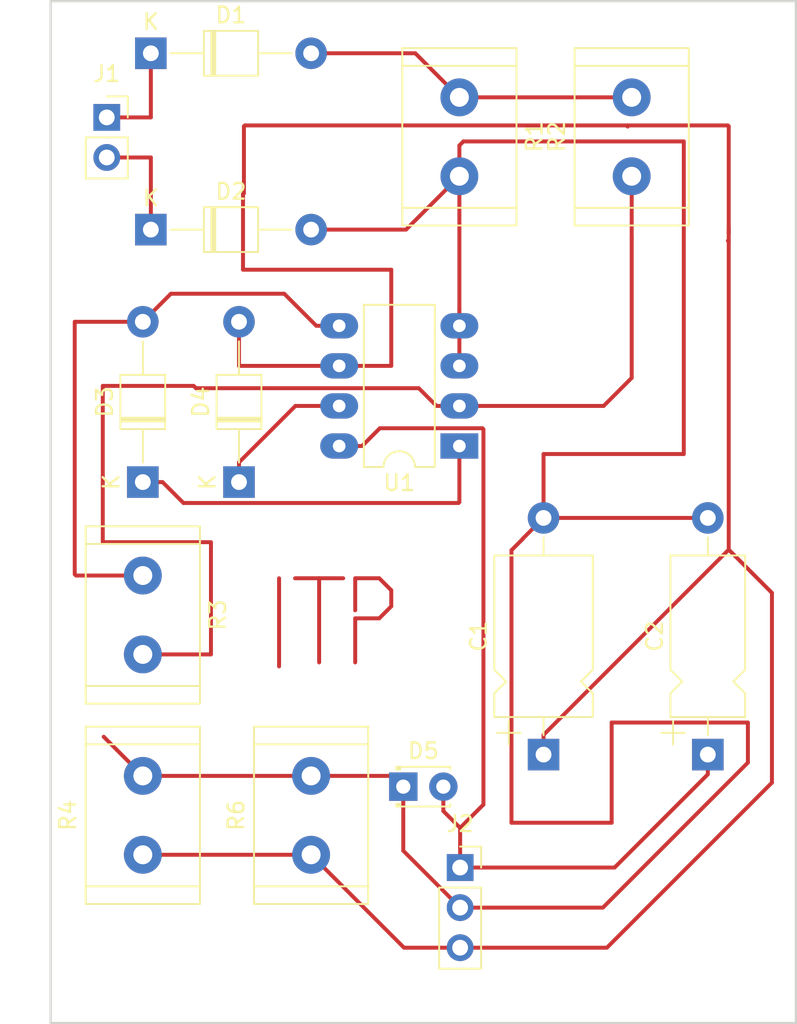
<source format=kicad_pcb>
(kicad_pcb (version 20171130) (host pcbnew "(5.0.0-3-g5ebb6b6)")

  (general
    (thickness 1.6)
    (drawings 4)
    (tracks 119)
    (zones 0)
    (modules 15)
    (nets 11)
  )

  (page A4)
  (layers
    (0 F.Cu signal)
    (31 B.Cu signal)
    (32 B.Adhes user)
    (33 F.Adhes user)
    (34 B.Paste user)
    (35 F.Paste user)
    (36 B.SilkS user)
    (37 F.SilkS user)
    (38 B.Mask user)
    (39 F.Mask user)
    (40 Dwgs.User user)
    (41 Cmts.User user)
    (42 Eco1.User user)
    (43 Eco2.User user)
    (44 Edge.Cuts user)
    (45 Margin user)
    (46 B.CrtYd user)
    (47 F.CrtYd user)
    (48 B.Fab user)
    (49 F.Fab user)
  )

  (setup
    (last_trace_width 0.25)
    (trace_clearance 0.2)
    (zone_clearance 0.508)
    (zone_45_only no)
    (trace_min 0.2)
    (segment_width 0.2)
    (edge_width 0.15)
    (via_size 0.8)
    (via_drill 0.4)
    (via_min_size 0.4)
    (via_min_drill 0.3)
    (uvia_size 0.3)
    (uvia_drill 0.1)
    (uvias_allowed no)
    (uvia_min_size 0.2)
    (uvia_min_drill 0.1)
    (pcb_text_width 0.3)
    (pcb_text_size 1.5 1.5)
    (mod_edge_width 0.15)
    (mod_text_size 1 1)
    (mod_text_width 0.15)
    (pad_size 1.524 1.524)
    (pad_drill 0.762)
    (pad_to_mask_clearance 0.2)
    (aux_axis_origin 0 0)
    (visible_elements FFFFFF7F)
    (pcbplotparams
      (layerselection 0x01000_7fffffff)
      (usegerberextensions false)
      (usegerberattributes false)
      (usegerberadvancedattributes false)
      (creategerberjobfile false)
      (excludeedgelayer true)
      (linewidth 2.000000)
      (plotframeref false)
      (viasonmask false)
      (mode 1)
      (useauxorigin false)
      (hpglpennumber 1)
      (hpglpenspeed 20)
      (hpglpendiameter 15.000000)
      (psnegative false)
      (psa4output false)
      (plotreference false)
      (plotvalue false)
      (plotinvisibletext false)
      (padsonsilk true)
      (subtractmaskfromsilk false)
      (outputformat 1)
      (mirror false)
      (drillshape 0)
      (scaleselection 1)
      (outputdirectory "gerbers/"))
  )

  (net 0 "")
  (net 1 "Net-(C1-Pad1)")
  (net 2 GND)
  (net 3 +5V)
  (net 4 "Net-(D1-Pad1)")
  (net 5 "Net-(D1-Pad2)")
  (net 6 "Net-(D2-Pad1)")
  (net 7 "Net-(D3-Pad1)")
  (net 8 "Net-(D3-Pad2)")
  (net 9 "Net-(D4-Pad1)")
  (net 10 "Net-(R2-Pad1)")

  (net_class Default "This is the default net class."
    (clearance 0.2)
    (trace_width 0.25)
    (via_dia 0.8)
    (via_drill 0.4)
    (uvia_dia 0.3)
    (uvia_drill 0.1)
    (add_net +5V)
    (add_net GND)
    (add_net "Net-(C1-Pad1)")
    (add_net "Net-(D1-Pad1)")
    (add_net "Net-(D1-Pad2)")
    (add_net "Net-(D2-Pad1)")
    (add_net "Net-(D3-Pad1)")
    (add_net "Net-(D3-Pad2)")
    (add_net "Net-(D4-Pad1)")
    (add_net "Net-(R2-Pad1)")
  )

  (module Package_DIP:DIP-8_W7.62mm_LongPads (layer F.Cu) (tedit 5A02E8C5) (tstamp 5C085F3F)
    (at 37.338 40.386 180)
    (descr "8-lead though-hole mounted DIP package, row spacing 7.62 mm (300 mils), LongPads")
    (tags "THT DIP DIL PDIP 2.54mm 7.62mm 300mil LongPads")
    (path /5BEB32BB)
    (fp_text reference U1 (at 3.81 -2.33 180) (layer F.SilkS)
      (effects (font (size 1 1) (thickness 0.15)))
    )
    (fp_text value LM358 (at 3.81 9.95 180) (layer F.Fab)
      (effects (font (size 1 1) (thickness 0.15)))
    )
    (fp_arc (start 3.81 -1.33) (end 2.81 -1.33) (angle -180) (layer F.SilkS) (width 0.12))
    (fp_line (start 1.635 -1.27) (end 6.985 -1.27) (layer F.Fab) (width 0.1))
    (fp_line (start 6.985 -1.27) (end 6.985 8.89) (layer F.Fab) (width 0.1))
    (fp_line (start 6.985 8.89) (end 0.635 8.89) (layer F.Fab) (width 0.1))
    (fp_line (start 0.635 8.89) (end 0.635 -0.27) (layer F.Fab) (width 0.1))
    (fp_line (start 0.635 -0.27) (end 1.635 -1.27) (layer F.Fab) (width 0.1))
    (fp_line (start 2.81 -1.33) (end 1.56 -1.33) (layer F.SilkS) (width 0.12))
    (fp_line (start 1.56 -1.33) (end 1.56 8.95) (layer F.SilkS) (width 0.12))
    (fp_line (start 1.56 8.95) (end 6.06 8.95) (layer F.SilkS) (width 0.12))
    (fp_line (start 6.06 8.95) (end 6.06 -1.33) (layer F.SilkS) (width 0.12))
    (fp_line (start 6.06 -1.33) (end 4.81 -1.33) (layer F.SilkS) (width 0.12))
    (fp_line (start -1.45 -1.55) (end -1.45 9.15) (layer F.CrtYd) (width 0.05))
    (fp_line (start -1.45 9.15) (end 9.1 9.15) (layer F.CrtYd) (width 0.05))
    (fp_line (start 9.1 9.15) (end 9.1 -1.55) (layer F.CrtYd) (width 0.05))
    (fp_line (start 9.1 -1.55) (end -1.45 -1.55) (layer F.CrtYd) (width 0.05))
    (fp_text user %R (at 3.81 3.81 180) (layer F.Fab)
      (effects (font (size 1 1) (thickness 0.15)))
    )
    (pad 1 thru_hole rect (at 0 0 180) (size 2.4 1.6) (drill 0.8) (layers *.Cu *.Mask)
      (net 7 "Net-(D3-Pad1)"))
    (pad 5 thru_hole oval (at 7.62 7.62 180) (size 2.4 1.6) (drill 0.8) (layers *.Cu *.Mask)
      (net 8 "Net-(D3-Pad2)"))
    (pad 2 thru_hole oval (at 0 2.54 180) (size 2.4 1.6) (drill 0.8) (layers *.Cu *.Mask)
      (net 10 "Net-(R2-Pad1)"))
    (pad 6 thru_hole oval (at 7.62 5.08 180) (size 2.4 1.6) (drill 0.8) (layers *.Cu *.Mask)
      (net 1 "Net-(C1-Pad1)"))
    (pad 3 thru_hole oval (at 0 5.08 180) (size 2.4 1.6) (drill 0.8) (layers *.Cu *.Mask)
      (net 2 GND))
    (pad 7 thru_hole oval (at 7.62 2.54 180) (size 2.4 1.6) (drill 0.8) (layers *.Cu *.Mask)
      (net 9 "Net-(D4-Pad1)"))
    (pad 4 thru_hole oval (at 0 7.62 180) (size 2.4 1.6) (drill 0.8) (layers *.Cu *.Mask)
      (net 2 GND))
    (pad 8 thru_hole oval (at 7.62 0 180) (size 2.4 1.6) (drill 0.8) (layers *.Cu *.Mask)
      (net 3 +5V))
    (model ${KISYS3DMOD}/Package_DIP.3dshapes/DIP-8_W7.62mm.wrl
      (at (xyz 0 0 0))
      (scale (xyz 1 1 1))
      (rotate (xyz 0 0 0))
    )
  )

  (module Capacitor_THT:CP_Axial_L10.0mm_D6.0mm_P15.00mm_Horizontal (layer F.Cu) (tedit 5AE50EF2) (tstamp 5C085DDF)
    (at 42.672 59.944 90)
    (descr "CP, Axial series, Axial, Horizontal, pin pitch=15mm, , length*diameter=10*6mm^2, Electrolytic Capacitor, , http://www.vishay.com/docs/28325/021asm.pdf")
    (tags "CP Axial series Axial Horizontal pin pitch 15mm  length 10mm diameter 6mm Electrolytic Capacitor")
    (path /5BEB3945)
    (fp_text reference C1 (at 7.5 -4.12 90) (layer F.SilkS)
      (effects (font (size 1 1) (thickness 0.15)))
    )
    (fp_text value 47uF (at 7.5 4.12 90) (layer F.Fab)
      (effects (font (size 1 1) (thickness 0.15)))
    )
    (fp_line (start 2.5 -3) (end 2.5 3) (layer F.Fab) (width 0.1))
    (fp_line (start 12.5 -3) (end 12.5 3) (layer F.Fab) (width 0.1))
    (fp_line (start 2.5 -3) (end 3.88 -3) (layer F.Fab) (width 0.1))
    (fp_line (start 3.88 -3) (end 4.63 -2.25) (layer F.Fab) (width 0.1))
    (fp_line (start 4.63 -2.25) (end 5.38 -3) (layer F.Fab) (width 0.1))
    (fp_line (start 5.38 -3) (end 12.5 -3) (layer F.Fab) (width 0.1))
    (fp_line (start 2.5 3) (end 3.88 3) (layer F.Fab) (width 0.1))
    (fp_line (start 3.88 3) (end 4.63 2.25) (layer F.Fab) (width 0.1))
    (fp_line (start 4.63 2.25) (end 5.38 3) (layer F.Fab) (width 0.1))
    (fp_line (start 5.38 3) (end 12.5 3) (layer F.Fab) (width 0.1))
    (fp_line (start 0 0) (end 2.5 0) (layer F.Fab) (width 0.1))
    (fp_line (start 15 0) (end 12.5 0) (layer F.Fab) (width 0.1))
    (fp_line (start 3.9 0) (end 5.4 0) (layer F.Fab) (width 0.1))
    (fp_line (start 4.65 -0.75) (end 4.65 0.75) (layer F.Fab) (width 0.1))
    (fp_line (start 0.63 -2.2) (end 2.13 -2.2) (layer F.SilkS) (width 0.12))
    (fp_line (start 1.38 -2.95) (end 1.38 -1.45) (layer F.SilkS) (width 0.12))
    (fp_line (start 2.38 -3.12) (end 2.38 3.12) (layer F.SilkS) (width 0.12))
    (fp_line (start 12.62 -3.12) (end 12.62 3.12) (layer F.SilkS) (width 0.12))
    (fp_line (start 2.38 -3.12) (end 3.88 -3.12) (layer F.SilkS) (width 0.12))
    (fp_line (start 3.88 -3.12) (end 4.63 -2.37) (layer F.SilkS) (width 0.12))
    (fp_line (start 4.63 -2.37) (end 5.38 -3.12) (layer F.SilkS) (width 0.12))
    (fp_line (start 5.38 -3.12) (end 12.62 -3.12) (layer F.SilkS) (width 0.12))
    (fp_line (start 2.38 3.12) (end 3.88 3.12) (layer F.SilkS) (width 0.12))
    (fp_line (start 3.88 3.12) (end 4.63 2.37) (layer F.SilkS) (width 0.12))
    (fp_line (start 4.63 2.37) (end 5.38 3.12) (layer F.SilkS) (width 0.12))
    (fp_line (start 5.38 3.12) (end 12.62 3.12) (layer F.SilkS) (width 0.12))
    (fp_line (start 1.24 0) (end 2.38 0) (layer F.SilkS) (width 0.12))
    (fp_line (start 13.76 0) (end 12.62 0) (layer F.SilkS) (width 0.12))
    (fp_line (start -1.25 -3.25) (end -1.25 3.25) (layer F.CrtYd) (width 0.05))
    (fp_line (start -1.25 3.25) (end 16.25 3.25) (layer F.CrtYd) (width 0.05))
    (fp_line (start 16.25 3.25) (end 16.25 -3.25) (layer F.CrtYd) (width 0.05))
    (fp_line (start 16.25 -3.25) (end -1.25 -3.25) (layer F.CrtYd) (width 0.05))
    (fp_text user %R (at 7.5 0 90) (layer F.Fab)
      (effects (font (size 1 1) (thickness 0.15)))
    )
    (pad 1 thru_hole rect (at 0 0 90) (size 2 2) (drill 1) (layers *.Cu *.Mask)
      (net 1 "Net-(C1-Pad1)"))
    (pad 2 thru_hole oval (at 15 0 90) (size 2 2) (drill 1) (layers *.Cu *.Mask)
      (net 2 GND))
    (model ${KISYS3DMOD}/Capacitor_THT.3dshapes/CP_Axial_L10.0mm_D6.0mm_P15.00mm_Horizontal.wrl
      (at (xyz 0 0 0))
      (scale (xyz 1 1 1))
      (rotate (xyz 0 0 0))
    )
  )

  (module Capacitor_THT:CP_Axial_L10.0mm_D4.5mm_P15.00mm_Horizontal (layer F.Cu) (tedit 5AE50EF2) (tstamp 5C085E06)
    (at 53.086 59.944 90)
    (descr "CP, Axial series, Axial, Horizontal, pin pitch=15mm, , length*diameter=10*4.5mm^2, Electrolytic Capacitor, , http://www.vishay.com/docs/28325/021asm.pdf")
    (tags "CP Axial series Axial Horizontal pin pitch 15mm  length 10mm diameter 4.5mm Electrolytic Capacitor")
    (path /5BEBC53F)
    (fp_text reference C2 (at 7.5 -3.37 90) (layer F.SilkS)
      (effects (font (size 1 1) (thickness 0.15)))
    )
    (fp_text value 100nF (at 7.5 3.37 90) (layer F.Fab)
      (effects (font (size 1 1) (thickness 0.15)))
    )
    (fp_line (start 2.5 -2.25) (end 2.5 2.25) (layer F.Fab) (width 0.1))
    (fp_line (start 12.5 -2.25) (end 12.5 2.25) (layer F.Fab) (width 0.1))
    (fp_line (start 2.5 -2.25) (end 3.88 -2.25) (layer F.Fab) (width 0.1))
    (fp_line (start 3.88 -2.25) (end 4.63 -1.5) (layer F.Fab) (width 0.1))
    (fp_line (start 4.63 -1.5) (end 5.38 -2.25) (layer F.Fab) (width 0.1))
    (fp_line (start 5.38 -2.25) (end 12.5 -2.25) (layer F.Fab) (width 0.1))
    (fp_line (start 2.5 2.25) (end 3.88 2.25) (layer F.Fab) (width 0.1))
    (fp_line (start 3.88 2.25) (end 4.63 1.5) (layer F.Fab) (width 0.1))
    (fp_line (start 4.63 1.5) (end 5.38 2.25) (layer F.Fab) (width 0.1))
    (fp_line (start 5.38 2.25) (end 12.5 2.25) (layer F.Fab) (width 0.1))
    (fp_line (start 0 0) (end 2.5 0) (layer F.Fab) (width 0.1))
    (fp_line (start 15 0) (end 12.5 0) (layer F.Fab) (width 0.1))
    (fp_line (start 3.9 0) (end 5.4 0) (layer F.Fab) (width 0.1))
    (fp_line (start 4.65 -0.75) (end 4.65 0.75) (layer F.Fab) (width 0.1))
    (fp_line (start 0.63 -2.2) (end 2.13 -2.2) (layer F.SilkS) (width 0.12))
    (fp_line (start 1.38 -2.95) (end 1.38 -1.45) (layer F.SilkS) (width 0.12))
    (fp_line (start 2.38 -2.37) (end 2.38 2.37) (layer F.SilkS) (width 0.12))
    (fp_line (start 12.62 -2.37) (end 12.62 2.37) (layer F.SilkS) (width 0.12))
    (fp_line (start 2.38 -2.37) (end 3.88 -2.37) (layer F.SilkS) (width 0.12))
    (fp_line (start 3.88 -2.37) (end 4.63 -1.62) (layer F.SilkS) (width 0.12))
    (fp_line (start 4.63 -1.62) (end 5.38 -2.37) (layer F.SilkS) (width 0.12))
    (fp_line (start 5.38 -2.37) (end 12.62 -2.37) (layer F.SilkS) (width 0.12))
    (fp_line (start 2.38 2.37) (end 3.88 2.37) (layer F.SilkS) (width 0.12))
    (fp_line (start 3.88 2.37) (end 4.63 1.62) (layer F.SilkS) (width 0.12))
    (fp_line (start 4.63 1.62) (end 5.38 2.37) (layer F.SilkS) (width 0.12))
    (fp_line (start 5.38 2.37) (end 12.62 2.37) (layer F.SilkS) (width 0.12))
    (fp_line (start 1.24 0) (end 2.38 0) (layer F.SilkS) (width 0.12))
    (fp_line (start 13.76 0) (end 12.62 0) (layer F.SilkS) (width 0.12))
    (fp_line (start -1.25 -2.5) (end -1.25 2.5) (layer F.CrtYd) (width 0.05))
    (fp_line (start -1.25 2.5) (end 16.25 2.5) (layer F.CrtYd) (width 0.05))
    (fp_line (start 16.25 2.5) (end 16.25 -2.5) (layer F.CrtYd) (width 0.05))
    (fp_line (start 16.25 -2.5) (end -1.25 -2.5) (layer F.CrtYd) (width 0.05))
    (fp_text user %R (at 7.5 0 90) (layer F.Fab)
      (effects (font (size 1 1) (thickness 0.15)))
    )
    (pad 1 thru_hole rect (at 0 0 90) (size 2 2) (drill 1) (layers *.Cu *.Mask)
      (net 3 +5V))
    (pad 2 thru_hole oval (at 15 0 90) (size 2 2) (drill 1) (layers *.Cu *.Mask)
      (net 2 GND))
    (model ${KISYS3DMOD}/Capacitor_THT.3dshapes/CP_Axial_L10.0mm_D4.5mm_P15.00mm_Horizontal.wrl
      (at (xyz 0 0 0))
      (scale (xyz 1 1 1))
      (rotate (xyz 0 0 0))
    )
  )

  (module Diode_THT:D_T-1_P10.16mm_Horizontal (layer F.Cu) (tedit 5AE50CD5) (tstamp 5C085E25)
    (at 17.78 15.494)
    (descr "Diode, T-1 series, Axial, Horizontal, pin pitch=10.16mm, , length*diameter=3.2*2.6mm^2, , http://www.diodes.com/_files/packages/T-1.pdf")
    (tags "Diode T-1 series Axial Horizontal pin pitch 10.16mm  length 3.2mm diameter 2.6mm")
    (path /5BEB28DD)
    (fp_text reference D1 (at 5.08 -2.42) (layer F.SilkS)
      (effects (font (size 1 1) (thickness 0.15)))
    )
    (fp_text value DIODE (at 5.08 2.42) (layer F.Fab)
      (effects (font (size 1 1) (thickness 0.15)))
    )
    (fp_line (start 3.48 -1.3) (end 3.48 1.3) (layer F.Fab) (width 0.1))
    (fp_line (start 3.48 1.3) (end 6.68 1.3) (layer F.Fab) (width 0.1))
    (fp_line (start 6.68 1.3) (end 6.68 -1.3) (layer F.Fab) (width 0.1))
    (fp_line (start 6.68 -1.3) (end 3.48 -1.3) (layer F.Fab) (width 0.1))
    (fp_line (start 0 0) (end 3.48 0) (layer F.Fab) (width 0.1))
    (fp_line (start 10.16 0) (end 6.68 0) (layer F.Fab) (width 0.1))
    (fp_line (start 3.96 -1.3) (end 3.96 1.3) (layer F.Fab) (width 0.1))
    (fp_line (start 4.06 -1.3) (end 4.06 1.3) (layer F.Fab) (width 0.1))
    (fp_line (start 3.86 -1.3) (end 3.86 1.3) (layer F.Fab) (width 0.1))
    (fp_line (start 3.36 -1.42) (end 3.36 1.42) (layer F.SilkS) (width 0.12))
    (fp_line (start 3.36 1.42) (end 6.8 1.42) (layer F.SilkS) (width 0.12))
    (fp_line (start 6.8 1.42) (end 6.8 -1.42) (layer F.SilkS) (width 0.12))
    (fp_line (start 6.8 -1.42) (end 3.36 -1.42) (layer F.SilkS) (width 0.12))
    (fp_line (start 1.24 0) (end 3.36 0) (layer F.SilkS) (width 0.12))
    (fp_line (start 8.92 0) (end 6.8 0) (layer F.SilkS) (width 0.12))
    (fp_line (start 3.96 -1.42) (end 3.96 1.42) (layer F.SilkS) (width 0.12))
    (fp_line (start 4.08 -1.42) (end 4.08 1.42) (layer F.SilkS) (width 0.12))
    (fp_line (start 3.84 -1.42) (end 3.84 1.42) (layer F.SilkS) (width 0.12))
    (fp_line (start -1.25 -1.55) (end -1.25 1.55) (layer F.CrtYd) (width 0.05))
    (fp_line (start -1.25 1.55) (end 11.41 1.55) (layer F.CrtYd) (width 0.05))
    (fp_line (start 11.41 1.55) (end 11.41 -1.55) (layer F.CrtYd) (width 0.05))
    (fp_line (start 11.41 -1.55) (end -1.25 -1.55) (layer F.CrtYd) (width 0.05))
    (fp_text user %R (at 5.32 0) (layer F.Fab)
      (effects (font (size 0.64 0.64) (thickness 0.096)))
    )
    (fp_text user K (at 0 -2) (layer F.Fab)
      (effects (font (size 1 1) (thickness 0.15)))
    )
    (fp_text user K (at 0 -2) (layer F.SilkS)
      (effects (font (size 1 1) (thickness 0.15)))
    )
    (pad 1 thru_hole rect (at 0 0) (size 2 2) (drill 1) (layers *.Cu *.Mask)
      (net 4 "Net-(D1-Pad1)"))
    (pad 2 thru_hole oval (at 10.16 0) (size 2 2) (drill 1) (layers *.Cu *.Mask)
      (net 5 "Net-(D1-Pad2)"))
    (model ${KISYS3DMOD}/Diode_THT.3dshapes/D_T-1_P10.16mm_Horizontal.wrl
      (at (xyz 0 0 0))
      (scale (xyz 1 1 1))
      (rotate (xyz 0 0 0))
    )
  )

  (module Diode_THT:D_T-1_P10.16mm_Horizontal (layer F.Cu) (tedit 5AE50CD5) (tstamp 5C085E44)
    (at 17.78 26.67)
    (descr "Diode, T-1 series, Axial, Horizontal, pin pitch=10.16mm, , length*diameter=3.2*2.6mm^2, , http://www.diodes.com/_files/packages/T-1.pdf")
    (tags "Diode T-1 series Axial Horizontal pin pitch 10.16mm  length 3.2mm diameter 2.6mm")
    (path /5BEB2929)
    (fp_text reference D2 (at 5.08 -2.42) (layer F.SilkS)
      (effects (font (size 1 1) (thickness 0.15)))
    )
    (fp_text value DIODE (at 5.08 2.42) (layer F.Fab)
      (effects (font (size 1 1) (thickness 0.15)))
    )
    (fp_text user K (at 0 -2) (layer F.SilkS)
      (effects (font (size 1 1) (thickness 0.15)))
    )
    (fp_text user K (at 0 -2) (layer F.Fab)
      (effects (font (size 1 1) (thickness 0.15)))
    )
    (fp_text user %R (at 5.32 0) (layer F.Fab)
      (effects (font (size 0.64 0.64) (thickness 0.096)))
    )
    (fp_line (start 11.41 -1.55) (end -1.25 -1.55) (layer F.CrtYd) (width 0.05))
    (fp_line (start 11.41 1.55) (end 11.41 -1.55) (layer F.CrtYd) (width 0.05))
    (fp_line (start -1.25 1.55) (end 11.41 1.55) (layer F.CrtYd) (width 0.05))
    (fp_line (start -1.25 -1.55) (end -1.25 1.55) (layer F.CrtYd) (width 0.05))
    (fp_line (start 3.84 -1.42) (end 3.84 1.42) (layer F.SilkS) (width 0.12))
    (fp_line (start 4.08 -1.42) (end 4.08 1.42) (layer F.SilkS) (width 0.12))
    (fp_line (start 3.96 -1.42) (end 3.96 1.42) (layer F.SilkS) (width 0.12))
    (fp_line (start 8.92 0) (end 6.8 0) (layer F.SilkS) (width 0.12))
    (fp_line (start 1.24 0) (end 3.36 0) (layer F.SilkS) (width 0.12))
    (fp_line (start 6.8 -1.42) (end 3.36 -1.42) (layer F.SilkS) (width 0.12))
    (fp_line (start 6.8 1.42) (end 6.8 -1.42) (layer F.SilkS) (width 0.12))
    (fp_line (start 3.36 1.42) (end 6.8 1.42) (layer F.SilkS) (width 0.12))
    (fp_line (start 3.36 -1.42) (end 3.36 1.42) (layer F.SilkS) (width 0.12))
    (fp_line (start 3.86 -1.3) (end 3.86 1.3) (layer F.Fab) (width 0.1))
    (fp_line (start 4.06 -1.3) (end 4.06 1.3) (layer F.Fab) (width 0.1))
    (fp_line (start 3.96 -1.3) (end 3.96 1.3) (layer F.Fab) (width 0.1))
    (fp_line (start 10.16 0) (end 6.68 0) (layer F.Fab) (width 0.1))
    (fp_line (start 0 0) (end 3.48 0) (layer F.Fab) (width 0.1))
    (fp_line (start 6.68 -1.3) (end 3.48 -1.3) (layer F.Fab) (width 0.1))
    (fp_line (start 6.68 1.3) (end 6.68 -1.3) (layer F.Fab) (width 0.1))
    (fp_line (start 3.48 1.3) (end 6.68 1.3) (layer F.Fab) (width 0.1))
    (fp_line (start 3.48 -1.3) (end 3.48 1.3) (layer F.Fab) (width 0.1))
    (pad 2 thru_hole oval (at 10.16 0) (size 2 2) (drill 1) (layers *.Cu *.Mask)
      (net 2 GND))
    (pad 1 thru_hole rect (at 0 0) (size 2 2) (drill 1) (layers *.Cu *.Mask)
      (net 6 "Net-(D2-Pad1)"))
    (model ${KISYS3DMOD}/Diode_THT.3dshapes/D_T-1_P10.16mm_Horizontal.wrl
      (at (xyz 0 0 0))
      (scale (xyz 1 1 1))
      (rotate (xyz 0 0 0))
    )
  )

  (module Diode_THT:D_T-1_P10.16mm_Horizontal (layer F.Cu) (tedit 5AE50CD5) (tstamp 5C085E63)
    (at 17.272 42.672 90)
    (descr "Diode, T-1 series, Axial, Horizontal, pin pitch=10.16mm, , length*diameter=3.2*2.6mm^2, , http://www.diodes.com/_files/packages/T-1.pdf")
    (tags "Diode T-1 series Axial Horizontal pin pitch 10.16mm  length 3.2mm diameter 2.6mm")
    (path /5BEB4C8F)
    (fp_text reference D3 (at 5.08 -2.42 90) (layer F.SilkS)
      (effects (font (size 1 1) (thickness 0.15)))
    )
    (fp_text value DIODE (at 5.08 2.42 90) (layer F.Fab)
      (effects (font (size 1 1) (thickness 0.15)))
    )
    (fp_line (start 3.48 -1.3) (end 3.48 1.3) (layer F.Fab) (width 0.1))
    (fp_line (start 3.48 1.3) (end 6.68 1.3) (layer F.Fab) (width 0.1))
    (fp_line (start 6.68 1.3) (end 6.68 -1.3) (layer F.Fab) (width 0.1))
    (fp_line (start 6.68 -1.3) (end 3.48 -1.3) (layer F.Fab) (width 0.1))
    (fp_line (start 0 0) (end 3.48 0) (layer F.Fab) (width 0.1))
    (fp_line (start 10.16 0) (end 6.68 0) (layer F.Fab) (width 0.1))
    (fp_line (start 3.96 -1.3) (end 3.96 1.3) (layer F.Fab) (width 0.1))
    (fp_line (start 4.06 -1.3) (end 4.06 1.3) (layer F.Fab) (width 0.1))
    (fp_line (start 3.86 -1.3) (end 3.86 1.3) (layer F.Fab) (width 0.1))
    (fp_line (start 3.36 -1.42) (end 3.36 1.42) (layer F.SilkS) (width 0.12))
    (fp_line (start 3.36 1.42) (end 6.8 1.42) (layer F.SilkS) (width 0.12))
    (fp_line (start 6.8 1.42) (end 6.8 -1.42) (layer F.SilkS) (width 0.12))
    (fp_line (start 6.8 -1.42) (end 3.36 -1.42) (layer F.SilkS) (width 0.12))
    (fp_line (start 1.24 0) (end 3.36 0) (layer F.SilkS) (width 0.12))
    (fp_line (start 8.92 0) (end 6.8 0) (layer F.SilkS) (width 0.12))
    (fp_line (start 3.96 -1.42) (end 3.96 1.42) (layer F.SilkS) (width 0.12))
    (fp_line (start 4.08 -1.42) (end 4.08 1.42) (layer F.SilkS) (width 0.12))
    (fp_line (start 3.84 -1.42) (end 3.84 1.42) (layer F.SilkS) (width 0.12))
    (fp_line (start -1.25 -1.55) (end -1.25 1.55) (layer F.CrtYd) (width 0.05))
    (fp_line (start -1.25 1.55) (end 11.41 1.55) (layer F.CrtYd) (width 0.05))
    (fp_line (start 11.41 1.55) (end 11.41 -1.55) (layer F.CrtYd) (width 0.05))
    (fp_line (start 11.41 -1.55) (end -1.25 -1.55) (layer F.CrtYd) (width 0.05))
    (fp_text user %R (at 5.32 0 180) (layer F.Fab)
      (effects (font (size 0.64 0.64) (thickness 0.096)))
    )
    (fp_text user K (at 0 -2 90) (layer F.Fab)
      (effects (font (size 1 1) (thickness 0.15)))
    )
    (fp_text user K (at 0 -2 90) (layer F.SilkS)
      (effects (font (size 1 1) (thickness 0.15)))
    )
    (pad 1 thru_hole rect (at 0 0 90) (size 2 2) (drill 1) (layers *.Cu *.Mask)
      (net 7 "Net-(D3-Pad1)"))
    (pad 2 thru_hole oval (at 10.16 0 90) (size 2 2) (drill 1) (layers *.Cu *.Mask)
      (net 8 "Net-(D3-Pad2)"))
    (model ${KISYS3DMOD}/Diode_THT.3dshapes/D_T-1_P10.16mm_Horizontal.wrl
      (at (xyz 0 0 0))
      (scale (xyz 1 1 1))
      (rotate (xyz 0 0 0))
    )
  )

  (module Diode_THT:D_T-1_P10.16mm_Horizontal (layer F.Cu) (tedit 5AE50CD5) (tstamp 5C085E82)
    (at 23.368 42.672 90)
    (descr "Diode, T-1 series, Axial, Horizontal, pin pitch=10.16mm, , length*diameter=3.2*2.6mm^2, , http://www.diodes.com/_files/packages/T-1.pdf")
    (tags "Diode T-1 series Axial Horizontal pin pitch 10.16mm  length 3.2mm diameter 2.6mm")
    (path /5BEB5B33)
    (fp_text reference D4 (at 5.08 -2.42 90) (layer F.SilkS)
      (effects (font (size 1 1) (thickness 0.15)))
    )
    (fp_text value DIODE (at 5.08 2.42 90) (layer F.Fab)
      (effects (font (size 1 1) (thickness 0.15)))
    )
    (fp_text user K (at 0 -2 90) (layer F.SilkS)
      (effects (font (size 1 1) (thickness 0.15)))
    )
    (fp_text user K (at 0 -2 90) (layer F.Fab)
      (effects (font (size 1 1) (thickness 0.15)))
    )
    (fp_text user %R (at 5.32 0 90) (layer F.Fab)
      (effects (font (size 0.64 0.64) (thickness 0.096)))
    )
    (fp_line (start 11.41 -1.55) (end -1.25 -1.55) (layer F.CrtYd) (width 0.05))
    (fp_line (start 11.41 1.55) (end 11.41 -1.55) (layer F.CrtYd) (width 0.05))
    (fp_line (start -1.25 1.55) (end 11.41 1.55) (layer F.CrtYd) (width 0.05))
    (fp_line (start -1.25 -1.55) (end -1.25 1.55) (layer F.CrtYd) (width 0.05))
    (fp_line (start 3.84 -1.42) (end 3.84 1.42) (layer F.SilkS) (width 0.12))
    (fp_line (start 4.08 -1.42) (end 4.08 1.42) (layer F.SilkS) (width 0.12))
    (fp_line (start 3.96 -1.42) (end 3.96 1.42) (layer F.SilkS) (width 0.12))
    (fp_line (start 8.92 0) (end 6.8 0) (layer F.SilkS) (width 0.12))
    (fp_line (start 1.24 0) (end 3.36 0) (layer F.SilkS) (width 0.12))
    (fp_line (start 6.8 -1.42) (end 3.36 -1.42) (layer F.SilkS) (width 0.12))
    (fp_line (start 6.8 1.42) (end 6.8 -1.42) (layer F.SilkS) (width 0.12))
    (fp_line (start 3.36 1.42) (end 6.8 1.42) (layer F.SilkS) (width 0.12))
    (fp_line (start 3.36 -1.42) (end 3.36 1.42) (layer F.SilkS) (width 0.12))
    (fp_line (start 3.86 -1.3) (end 3.86 1.3) (layer F.Fab) (width 0.1))
    (fp_line (start 4.06 -1.3) (end 4.06 1.3) (layer F.Fab) (width 0.1))
    (fp_line (start 3.96 -1.3) (end 3.96 1.3) (layer F.Fab) (width 0.1))
    (fp_line (start 10.16 0) (end 6.68 0) (layer F.Fab) (width 0.1))
    (fp_line (start 0 0) (end 3.48 0) (layer F.Fab) (width 0.1))
    (fp_line (start 6.68 -1.3) (end 3.48 -1.3) (layer F.Fab) (width 0.1))
    (fp_line (start 6.68 1.3) (end 6.68 -1.3) (layer F.Fab) (width 0.1))
    (fp_line (start 3.48 1.3) (end 6.68 1.3) (layer F.Fab) (width 0.1))
    (fp_line (start 3.48 -1.3) (end 3.48 1.3) (layer F.Fab) (width 0.1))
    (pad 2 thru_hole oval (at 10.16 0 90) (size 2 2) (drill 1) (layers *.Cu *.Mask)
      (net 1 "Net-(C1-Pad1)"))
    (pad 1 thru_hole rect (at 0 0 90) (size 2 2) (drill 1) (layers *.Cu *.Mask)
      (net 9 "Net-(D4-Pad1)"))
    (model ${KISYS3DMOD}/Diode_THT.3dshapes/D_T-1_P10.16mm_Horizontal.wrl
      (at (xyz 0 0 0))
      (scale (xyz 1 1 1))
      (rotate (xyz 0 0 0))
    )
  )

  (module Resistor_THT:R_Radial_Power_L11.0mm_W7.0mm_P5.00mm (layer F.Cu) (tedit 5AE5139B) (tstamp 5C085EC7)
    (at 37.338 18.288 270)
    (descr "Resistor, Radial_Power series, Radial, pin pitch=5.00mm, 2W, length*width=11.0*7.0mm^2, http://www.vishay.com/docs/30218/cpcx.pdf")
    (tags "Resistor Radial_Power series Radial pin pitch 5.00mm 2W length 11.0mm width 7.0mm")
    (path /5BEB30CC)
    (fp_text reference R1 (at 2.5 -4.75 270) (layer F.SilkS)
      (effects (font (size 1 1) (thickness 0.15)))
    )
    (fp_text value "68 ohms" (at 2.5 4.75 270) (layer F.Fab)
      (effects (font (size 1 1) (thickness 0.15)))
    )
    (fp_line (start -3 -3.5) (end -3 3.5) (layer F.Fab) (width 0.1))
    (fp_line (start -3 3.5) (end 8 3.5) (layer F.Fab) (width 0.1))
    (fp_line (start 8 3.5) (end 8 -3.5) (layer F.Fab) (width 0.1))
    (fp_line (start 8 -3.5) (end -3 -3.5) (layer F.Fab) (width 0.1))
    (fp_line (start -2 -3.5) (end -2 3.5) (layer F.Fab) (width 0.1))
    (fp_line (start 7 -3.5) (end 7 3.5) (layer F.Fab) (width 0.1))
    (fp_line (start -3.12 -3.62) (end 8.12 -3.62) (layer F.SilkS) (width 0.12))
    (fp_line (start -3.12 3.62) (end 8.12 3.62) (layer F.SilkS) (width 0.12))
    (fp_line (start -3.12 -3.62) (end -3.12 3.62) (layer F.SilkS) (width 0.12))
    (fp_line (start 8.12 -3.62) (end 8.12 3.62) (layer F.SilkS) (width 0.12))
    (fp_line (start -2 -3.62) (end -2 3.62) (layer F.SilkS) (width 0.12))
    (fp_line (start 7 -3.62) (end 7 3.62) (layer F.SilkS) (width 0.12))
    (fp_line (start -3.25 -3.75) (end -3.25 3.75) (layer F.CrtYd) (width 0.05))
    (fp_line (start -3.25 3.75) (end 8.25 3.75) (layer F.CrtYd) (width 0.05))
    (fp_line (start 8.25 3.75) (end 8.25 -3.75) (layer F.CrtYd) (width 0.05))
    (fp_line (start 8.25 -3.75) (end -3.25 -3.75) (layer F.CrtYd) (width 0.05))
    (fp_text user %R (at 2.5 0 270) (layer F.Fab)
      (effects (font (size 1 1) (thickness 0.15)))
    )
    (pad 1 thru_hole circle (at 0 0 270) (size 2.4 2.4) (drill 1.2) (layers *.Cu *.Mask)
      (net 5 "Net-(D1-Pad2)"))
    (pad 2 thru_hole circle (at 5 0 270) (size 2.4 2.4) (drill 1.2) (layers *.Cu *.Mask)
      (net 2 GND))
    (model ${KISYS3DMOD}/Resistor_THT.3dshapes/R_Radial_Power_L11.0mm_W7.0mm_P5.00mm.wrl
      (at (xyz 0 0 0))
      (scale (xyz 1 1 1))
      (rotate (xyz 0 0 0))
    )
  )

  (module Resistor_THT:R_Radial_Power_L11.0mm_W7.0mm_P5.00mm (layer F.Cu) (tedit 5AE5139B) (tstamp 5C085EDE)
    (at 48.26 23.288 90)
    (descr "Resistor, Radial_Power series, Radial, pin pitch=5.00mm, 2W, length*width=11.0*7.0mm^2, http://www.vishay.com/docs/30218/cpcx.pdf")
    (tags "Resistor Radial_Power series Radial pin pitch 5.00mm 2W length 11.0mm width 7.0mm")
    (path /5BEB31D5)
    (fp_text reference R2 (at 2.5 -4.75 90) (layer F.SilkS)
      (effects (font (size 1 1) (thickness 0.15)))
    )
    (fp_text value "680 ohms" (at 2.5 4.75 90) (layer F.Fab)
      (effects (font (size 1 1) (thickness 0.15)))
    )
    (fp_text user %R (at 2.5 0 90) (layer F.Fab)
      (effects (font (size 1 1) (thickness 0.15)))
    )
    (fp_line (start 8.25 -3.75) (end -3.25 -3.75) (layer F.CrtYd) (width 0.05))
    (fp_line (start 8.25 3.75) (end 8.25 -3.75) (layer F.CrtYd) (width 0.05))
    (fp_line (start -3.25 3.75) (end 8.25 3.75) (layer F.CrtYd) (width 0.05))
    (fp_line (start -3.25 -3.75) (end -3.25 3.75) (layer F.CrtYd) (width 0.05))
    (fp_line (start 7 -3.62) (end 7 3.62) (layer F.SilkS) (width 0.12))
    (fp_line (start -2 -3.62) (end -2 3.62) (layer F.SilkS) (width 0.12))
    (fp_line (start 8.12 -3.62) (end 8.12 3.62) (layer F.SilkS) (width 0.12))
    (fp_line (start -3.12 -3.62) (end -3.12 3.62) (layer F.SilkS) (width 0.12))
    (fp_line (start -3.12 3.62) (end 8.12 3.62) (layer F.SilkS) (width 0.12))
    (fp_line (start -3.12 -3.62) (end 8.12 -3.62) (layer F.SilkS) (width 0.12))
    (fp_line (start 7 -3.5) (end 7 3.5) (layer F.Fab) (width 0.1))
    (fp_line (start -2 -3.5) (end -2 3.5) (layer F.Fab) (width 0.1))
    (fp_line (start 8 -3.5) (end -3 -3.5) (layer F.Fab) (width 0.1))
    (fp_line (start 8 3.5) (end 8 -3.5) (layer F.Fab) (width 0.1))
    (fp_line (start -3 3.5) (end 8 3.5) (layer F.Fab) (width 0.1))
    (fp_line (start -3 -3.5) (end -3 3.5) (layer F.Fab) (width 0.1))
    (pad 2 thru_hole circle (at 5 0 90) (size 2.4 2.4) (drill 1.2) (layers *.Cu *.Mask)
      (net 5 "Net-(D1-Pad2)"))
    (pad 1 thru_hole circle (at 0 0 90) (size 2.4 2.4) (drill 1.2) (layers *.Cu *.Mask)
      (net 10 "Net-(R2-Pad1)"))
    (model ${KISYS3DMOD}/Resistor_THT.3dshapes/R_Radial_Power_L11.0mm_W7.0mm_P5.00mm.wrl
      (at (xyz 0 0 0))
      (scale (xyz 1 1 1))
      (rotate (xyz 0 0 0))
    )
  )

  (module Resistor_THT:R_Radial_Power_L11.0mm_W7.0mm_P5.00mm (layer F.Cu) (tedit 5AE5139B) (tstamp 5C085EF5)
    (at 17.272 48.594 270)
    (descr "Resistor, Radial_Power series, Radial, pin pitch=5.00mm, 2W, length*width=11.0*7.0mm^2, http://www.vishay.com/docs/30218/cpcx.pdf")
    (tags "Resistor Radial_Power series Radial pin pitch 5.00mm 2W length 11.0mm width 7.0mm")
    (path /5BEB3426)
    (fp_text reference R3 (at 2.5 -4.75 270) (layer F.SilkS)
      (effects (font (size 1 1) (thickness 0.15)))
    )
    (fp_text value "680 ohms" (at 2.5 4.75 270) (layer F.Fab)
      (effects (font (size 1 1) (thickness 0.15)))
    )
    (fp_line (start -3 -3.5) (end -3 3.5) (layer F.Fab) (width 0.1))
    (fp_line (start -3 3.5) (end 8 3.5) (layer F.Fab) (width 0.1))
    (fp_line (start 8 3.5) (end 8 -3.5) (layer F.Fab) (width 0.1))
    (fp_line (start 8 -3.5) (end -3 -3.5) (layer F.Fab) (width 0.1))
    (fp_line (start -2 -3.5) (end -2 3.5) (layer F.Fab) (width 0.1))
    (fp_line (start 7 -3.5) (end 7 3.5) (layer F.Fab) (width 0.1))
    (fp_line (start -3.12 -3.62) (end 8.12 -3.62) (layer F.SilkS) (width 0.12))
    (fp_line (start -3.12 3.62) (end 8.12 3.62) (layer F.SilkS) (width 0.12))
    (fp_line (start -3.12 -3.62) (end -3.12 3.62) (layer F.SilkS) (width 0.12))
    (fp_line (start 8.12 -3.62) (end 8.12 3.62) (layer F.SilkS) (width 0.12))
    (fp_line (start -2 -3.62) (end -2 3.62) (layer F.SilkS) (width 0.12))
    (fp_line (start 7 -3.62) (end 7 3.62) (layer F.SilkS) (width 0.12))
    (fp_line (start -3.25 -3.75) (end -3.25 3.75) (layer F.CrtYd) (width 0.05))
    (fp_line (start -3.25 3.75) (end 8.25 3.75) (layer F.CrtYd) (width 0.05))
    (fp_line (start 8.25 3.75) (end 8.25 -3.75) (layer F.CrtYd) (width 0.05))
    (fp_line (start 8.25 -3.75) (end -3.25 -3.75) (layer F.CrtYd) (width 0.05))
    (fp_text user %R (at 2.5 0 270) (layer F.Fab)
      (effects (font (size 1 1) (thickness 0.15)))
    )
    (pad 1 thru_hole circle (at 0 0 270) (size 2.4 2.4) (drill 1.2) (layers *.Cu *.Mask)
      (net 8 "Net-(D3-Pad2)"))
    (pad 2 thru_hole circle (at 5 0 270) (size 2.4 2.4) (drill 1.2) (layers *.Cu *.Mask)
      (net 10 "Net-(R2-Pad1)"))
    (model ${KISYS3DMOD}/Resistor_THT.3dshapes/R_Radial_Power_L11.0mm_W7.0mm_P5.00mm.wrl
      (at (xyz 0 0 0))
      (scale (xyz 1 1 1))
      (rotate (xyz 0 0 0))
    )
  )

  (module Resistor_THT:R_Radial_Power_L11.0mm_W7.0mm_P5.00mm (layer F.Cu) (tedit 5AE5139B) (tstamp 5C085F0C)
    (at 17.272 66.294 90)
    (descr "Resistor, Radial_Power series, Radial, pin pitch=5.00mm, 2W, length*width=11.0*7.0mm^2, http://www.vishay.com/docs/30218/cpcx.pdf")
    (tags "Resistor Radial_Power series Radial pin pitch 5.00mm 2W length 11.0mm width 7.0mm")
    (path /5BEB34E8)
    (fp_text reference R4 (at 2.5 -4.75 90) (layer F.SilkS)
      (effects (font (size 1 1) (thickness 0.15)))
    )
    (fp_text value 10k (at 2.5 4.75 90) (layer F.Fab)
      (effects (font (size 1 1) (thickness 0.15)))
    )
    (fp_text user %R (at 2.5 0 90) (layer F.Fab)
      (effects (font (size 1 1) (thickness 0.15)))
    )
    (fp_line (start 8.25 -3.75) (end -3.25 -3.75) (layer F.CrtYd) (width 0.05))
    (fp_line (start 8.25 3.75) (end 8.25 -3.75) (layer F.CrtYd) (width 0.05))
    (fp_line (start -3.25 3.75) (end 8.25 3.75) (layer F.CrtYd) (width 0.05))
    (fp_line (start -3.25 -3.75) (end -3.25 3.75) (layer F.CrtYd) (width 0.05))
    (fp_line (start 7 -3.62) (end 7 3.62) (layer F.SilkS) (width 0.12))
    (fp_line (start -2 -3.62) (end -2 3.62) (layer F.SilkS) (width 0.12))
    (fp_line (start 8.12 -3.62) (end 8.12 3.62) (layer F.SilkS) (width 0.12))
    (fp_line (start -3.12 -3.62) (end -3.12 3.62) (layer F.SilkS) (width 0.12))
    (fp_line (start -3.12 3.62) (end 8.12 3.62) (layer F.SilkS) (width 0.12))
    (fp_line (start -3.12 -3.62) (end 8.12 -3.62) (layer F.SilkS) (width 0.12))
    (fp_line (start 7 -3.5) (end 7 3.5) (layer F.Fab) (width 0.1))
    (fp_line (start -2 -3.5) (end -2 3.5) (layer F.Fab) (width 0.1))
    (fp_line (start 8 -3.5) (end -3 -3.5) (layer F.Fab) (width 0.1))
    (fp_line (start 8 3.5) (end 8 -3.5) (layer F.Fab) (width 0.1))
    (fp_line (start -3 3.5) (end 8 3.5) (layer F.Fab) (width 0.1))
    (fp_line (start -3 -3.5) (end -3 3.5) (layer F.Fab) (width 0.1))
    (pad 2 thru_hole circle (at 5 0 90) (size 2.4 2.4) (drill 1.2) (layers *.Cu *.Mask)
      (net 2 GND))
    (pad 1 thru_hole circle (at 0 0 90) (size 2.4 2.4) (drill 1.2) (layers *.Cu *.Mask)
      (net 1 "Net-(C1-Pad1)"))
    (model ${KISYS3DMOD}/Resistor_THT.3dshapes/R_Radial_Power_L11.0mm_W7.0mm_P5.00mm.wrl
      (at (xyz 0 0 0))
      (scale (xyz 1 1 1))
      (rotate (xyz 0 0 0))
    )
  )

  (module Resistor_THT:R_Radial_Power_L11.0mm_W7.0mm_P5.00mm (layer F.Cu) (tedit 5AE5139B) (tstamp 5C085F23)
    (at 27.94 66.294 90)
    (descr "Resistor, Radial_Power series, Radial, pin pitch=5.00mm, 2W, length*width=11.0*7.0mm^2, http://www.vishay.com/docs/30218/cpcx.pdf")
    (tags "Resistor Radial_Power series Radial pin pitch 5.00mm 2W length 11.0mm width 7.0mm")
    (path /5BEB3583)
    (fp_text reference R6 (at 2.5 -4.75 90) (layer F.SilkS)
      (effects (font (size 1 1) (thickness 0.15)))
    )
    (fp_text value 3.3k (at 2.5 4.75 90) (layer F.Fab)
      (effects (font (size 1 1) (thickness 0.15)))
    )
    (fp_line (start -3 -3.5) (end -3 3.5) (layer F.Fab) (width 0.1))
    (fp_line (start -3 3.5) (end 8 3.5) (layer F.Fab) (width 0.1))
    (fp_line (start 8 3.5) (end 8 -3.5) (layer F.Fab) (width 0.1))
    (fp_line (start 8 -3.5) (end -3 -3.5) (layer F.Fab) (width 0.1))
    (fp_line (start -2 -3.5) (end -2 3.5) (layer F.Fab) (width 0.1))
    (fp_line (start 7 -3.5) (end 7 3.5) (layer F.Fab) (width 0.1))
    (fp_line (start -3.12 -3.62) (end 8.12 -3.62) (layer F.SilkS) (width 0.12))
    (fp_line (start -3.12 3.62) (end 8.12 3.62) (layer F.SilkS) (width 0.12))
    (fp_line (start -3.12 -3.62) (end -3.12 3.62) (layer F.SilkS) (width 0.12))
    (fp_line (start 8.12 -3.62) (end 8.12 3.62) (layer F.SilkS) (width 0.12))
    (fp_line (start -2 -3.62) (end -2 3.62) (layer F.SilkS) (width 0.12))
    (fp_line (start 7 -3.62) (end 7 3.62) (layer F.SilkS) (width 0.12))
    (fp_line (start -3.25 -3.75) (end -3.25 3.75) (layer F.CrtYd) (width 0.05))
    (fp_line (start -3.25 3.75) (end 8.25 3.75) (layer F.CrtYd) (width 0.05))
    (fp_line (start 8.25 3.75) (end 8.25 -3.75) (layer F.CrtYd) (width 0.05))
    (fp_line (start 8.25 -3.75) (end -3.25 -3.75) (layer F.CrtYd) (width 0.05))
    (fp_text user %R (at 2.5 0 90) (layer F.Fab)
      (effects (font (size 1 1) (thickness 0.15)))
    )
    (pad 1 thru_hole circle (at 0 0 90) (size 2.4 2.4) (drill 1.2) (layers *.Cu *.Mask)
      (net 1 "Net-(C1-Pad1)"))
    (pad 2 thru_hole circle (at 5 0 90) (size 2.4 2.4) (drill 1.2) (layers *.Cu *.Mask)
      (net 2 GND))
    (model ${KISYS3DMOD}/Resistor_THT.3dshapes/R_Radial_Power_L11.0mm_W7.0mm_P5.00mm.wrl
      (at (xyz 0 0 0))
      (scale (xyz 1 1 1))
      (rotate (xyz 0 0 0))
    )
  )

  (module LED_THT:LED_D1.8mm_W3.3mm_H2.4mm (layer F.Cu) (tedit 5880A862) (tstamp 5C0882F4)
    (at 33.782 61.976)
    (descr "LED, Round,  Rectangular size 3.3x2.4mm^2 diameter 1.8mm, 2 pins")
    (tags "LED Round  Rectangular size 3.3x2.4mm^2 diameter 1.8mm 2 pins")
    (path /5BECBAF0)
    (fp_text reference D5 (at 1.27 -2.26) (layer F.SilkS)
      (effects (font (size 1 1) (thickness 0.15)))
    )
    (fp_text value LED (at 1.27 2.26) (layer F.Fab)
      (effects (font (size 1 1) (thickness 0.15)))
    )
    (fp_circle (center 1.27 0) (end 2.17 0) (layer F.Fab) (width 0.1))
    (fp_line (start -0.38 -1.2) (end -0.38 1.2) (layer F.Fab) (width 0.1))
    (fp_line (start -0.38 1.2) (end 2.92 1.2) (layer F.Fab) (width 0.1))
    (fp_line (start 2.92 1.2) (end 2.92 -1.2) (layer F.Fab) (width 0.1))
    (fp_line (start 2.92 -1.2) (end -0.38 -1.2) (layer F.Fab) (width 0.1))
    (fp_line (start -0.44 -1.26) (end 2.98 -1.26) (layer F.SilkS) (width 0.12))
    (fp_line (start -0.44 1.26) (end 2.98 1.26) (layer F.SilkS) (width 0.12))
    (fp_line (start -0.44 -1.26) (end -0.44 -1.08) (layer F.SilkS) (width 0.12))
    (fp_line (start -0.44 1.08) (end -0.44 1.26) (layer F.SilkS) (width 0.12))
    (fp_line (start 2.98 -1.26) (end 2.98 -1.095) (layer F.SilkS) (width 0.12))
    (fp_line (start 2.98 1.095) (end 2.98 1.26) (layer F.SilkS) (width 0.12))
    (fp_line (start -0.32 -1.26) (end -0.32 -1.08) (layer F.SilkS) (width 0.12))
    (fp_line (start -0.32 1.08) (end -0.32 1.26) (layer F.SilkS) (width 0.12))
    (fp_line (start -0.2 -1.26) (end -0.2 -1.08) (layer F.SilkS) (width 0.12))
    (fp_line (start -0.2 1.08) (end -0.2 1.26) (layer F.SilkS) (width 0.12))
    (fp_line (start -1.15 -1.55) (end -1.15 1.55) (layer F.CrtYd) (width 0.05))
    (fp_line (start -1.15 1.55) (end 3.7 1.55) (layer F.CrtYd) (width 0.05))
    (fp_line (start 3.7 1.55) (end 3.7 -1.55) (layer F.CrtYd) (width 0.05))
    (fp_line (start 3.7 -1.55) (end -1.15 -1.55) (layer F.CrtYd) (width 0.05))
    (pad 1 thru_hole rect (at 0 0) (size 1.8 1.8) (drill 0.9) (layers *.Cu *.Mask)
      (net 2 GND))
    (pad 2 thru_hole circle (at 2.54 0) (size 1.8 1.8) (drill 0.9) (layers *.Cu *.Mask)
      (net 3 +5V))
    (model ${KISYS3DMOD}/LED_THT.3dshapes/LED_D1.8mm_W3.3mm_H2.4mm.wrl
      (at (xyz 0 0 0))
      (scale (xyz 1 1 1))
      (rotate (xyz 0 0 0))
    )
  )

  (module Connector_PinSocket_2.54mm:PinSocket_1x03_P2.54mm_Vertical (layer F.Cu) (tedit 5A19A429) (tstamp 5C08830B)
    (at 37.385001 67.103001)
    (descr "Through hole straight socket strip, 1x03, 2.54mm pitch, single row (from Kicad 4.0.7), script generated")
    (tags "Through hole socket strip THT 1x03 2.54mm single row")
    (path /5BEB7662)
    (fp_text reference J2 (at 0 -2.77) (layer F.SilkS)
      (effects (font (size 1 1) (thickness 0.15)))
    )
    (fp_text value Conn_01x03_Male (at 0 7.85) (layer F.Fab)
      (effects (font (size 1 1) (thickness 0.15)))
    )
    (fp_line (start -1.27 -1.27) (end 0.635 -1.27) (layer F.Fab) (width 0.1))
    (fp_line (start 0.635 -1.27) (end 1.27 -0.635) (layer F.Fab) (width 0.1))
    (fp_line (start 1.27 -0.635) (end 1.27 6.35) (layer F.Fab) (width 0.1))
    (fp_line (start 1.27 6.35) (end -1.27 6.35) (layer F.Fab) (width 0.1))
    (fp_line (start -1.27 6.35) (end -1.27 -1.27) (layer F.Fab) (width 0.1))
    (fp_line (start -1.33 1.27) (end 1.33 1.27) (layer F.SilkS) (width 0.12))
    (fp_line (start -1.33 1.27) (end -1.33 6.41) (layer F.SilkS) (width 0.12))
    (fp_line (start -1.33 6.41) (end 1.33 6.41) (layer F.SilkS) (width 0.12))
    (fp_line (start 1.33 1.27) (end 1.33 6.41) (layer F.SilkS) (width 0.12))
    (fp_line (start 1.33 -1.33) (end 1.33 0) (layer F.SilkS) (width 0.12))
    (fp_line (start 0 -1.33) (end 1.33 -1.33) (layer F.SilkS) (width 0.12))
    (fp_line (start -1.8 -1.8) (end 1.75 -1.8) (layer F.CrtYd) (width 0.05))
    (fp_line (start 1.75 -1.8) (end 1.75 6.85) (layer F.CrtYd) (width 0.05))
    (fp_line (start 1.75 6.85) (end -1.8 6.85) (layer F.CrtYd) (width 0.05))
    (fp_line (start -1.8 6.85) (end -1.8 -1.8) (layer F.CrtYd) (width 0.05))
    (fp_text user %R (at 0 2.54 90) (layer F.Fab)
      (effects (font (size 1 1) (thickness 0.15)))
    )
    (pad 1 thru_hole rect (at 0 0) (size 1.7 1.7) (drill 1) (layers *.Cu *.Mask)
      (net 3 +5V))
    (pad 2 thru_hole oval (at 0 2.54) (size 1.7 1.7) (drill 1) (layers *.Cu *.Mask)
      (net 2 GND))
    (pad 3 thru_hole oval (at 0 5.08) (size 1.7 1.7) (drill 1) (layers *.Cu *.Mask)
      (net 1 "Net-(C1-Pad1)"))
    (model ${KISYS3DMOD}/Connector_PinSocket_2.54mm.3dshapes/PinSocket_1x03_P2.54mm_Vertical.wrl
      (at (xyz 0 0 0))
      (scale (xyz 1 1 1))
      (rotate (xyz 0 0 0))
    )
  )

  (module Connector_PinSocket_2.54mm:PinSocket_1x02_P2.54mm_Vertical (layer F.Cu) (tedit 5A19A420) (tstamp 5C088757)
    (at 14.986 19.558)
    (descr "Through hole straight socket strip, 1x02, 2.54mm pitch, single row (from Kicad 4.0.7), script generated")
    (tags "Through hole socket strip THT 1x02 2.54mm single row")
    (path /5BECADDF)
    (fp_text reference J1 (at 0 -2.77) (layer F.SilkS)
      (effects (font (size 1 1) (thickness 0.15)))
    )
    (fp_text value Conn_01x02_Male (at 0 5.31) (layer F.Fab)
      (effects (font (size 1 1) (thickness 0.15)))
    )
    (fp_line (start -1.27 -1.27) (end 0.635 -1.27) (layer F.Fab) (width 0.1))
    (fp_line (start 0.635 -1.27) (end 1.27 -0.635) (layer F.Fab) (width 0.1))
    (fp_line (start 1.27 -0.635) (end 1.27 3.81) (layer F.Fab) (width 0.1))
    (fp_line (start 1.27 3.81) (end -1.27 3.81) (layer F.Fab) (width 0.1))
    (fp_line (start -1.27 3.81) (end -1.27 -1.27) (layer F.Fab) (width 0.1))
    (fp_line (start -1.33 1.27) (end 1.33 1.27) (layer F.SilkS) (width 0.12))
    (fp_line (start -1.33 1.27) (end -1.33 3.87) (layer F.SilkS) (width 0.12))
    (fp_line (start -1.33 3.87) (end 1.33 3.87) (layer F.SilkS) (width 0.12))
    (fp_line (start 1.33 1.27) (end 1.33 3.87) (layer F.SilkS) (width 0.12))
    (fp_line (start 1.33 -1.33) (end 1.33 0) (layer F.SilkS) (width 0.12))
    (fp_line (start 0 -1.33) (end 1.33 -1.33) (layer F.SilkS) (width 0.12))
    (fp_line (start -1.8 -1.8) (end 1.75 -1.8) (layer F.CrtYd) (width 0.05))
    (fp_line (start 1.75 -1.8) (end 1.75 4.3) (layer F.CrtYd) (width 0.05))
    (fp_line (start 1.75 4.3) (end -1.8 4.3) (layer F.CrtYd) (width 0.05))
    (fp_line (start -1.8 4.3) (end -1.8 -1.8) (layer F.CrtYd) (width 0.05))
    (fp_text user %R (at 0 1.27 90) (layer F.Fab)
      (effects (font (size 1 1) (thickness 0.15)))
    )
    (pad 1 thru_hole rect (at 0 0) (size 1.7 1.7) (drill 1) (layers *.Cu *.Mask)
      (net 4 "Net-(D1-Pad1)"))
    (pad 2 thru_hole oval (at 0 2.54) (size 1.7 1.7) (drill 1) (layers *.Cu *.Mask)
      (net 6 "Net-(D2-Pad1)"))
    (model ${KISYS3DMOD}/Connector_PinSocket_2.54mm.3dshapes/PinSocket_1x02_P2.54mm_Vertical.wrl
      (at (xyz 0 0 0))
      (scale (xyz 1 1 1))
      (rotate (xyz 0 0 0))
    )
  )

  (gr_line (start 58.674 12.192) (end 11.43 12.192) (layer Edge.Cuts) (width 0.15))
  (gr_line (start 58.674 76.962) (end 58.674 12.192) (layer Edge.Cuts) (width 0.15))
  (gr_line (start 11.43 76.962) (end 58.674 76.962) (layer Edge.Cuts) (width 0.15))
  (gr_line (start 11.43 12.192) (end 11.43 76.962) (layer Edge.Cuts) (width 0.15))

  (segment (start 25.908 54.356) (end 25.908 48.768) (width 0.25) (layer F.Cu) (net 0))
  (segment (start 26.924 48.768) (end 28.448 48.768) (width 0.25) (layer F.Cu) (net 0))
  (segment (start 28.448 48.768) (end 28.448 54.102) (width 0.25) (layer F.Cu) (net 0))
  (segment (start 28.448 48.768) (end 29.972 48.768) (width 0.25) (layer F.Cu) (net 0))
  (segment (start 32.258 51.308) (end 30.734 51.308) (width 0.25) (layer F.Cu) (net 0))
  (segment (start 33.02 50.546) (end 32.258 51.308) (width 0.25) (layer F.Cu) (net 0))
  (segment (start 30.734 51.308) (end 30.734 54.102) (width 0.25) (layer F.Cu) (net 0))
  (segment (start 33.02 50.546) (end 33.02 49.53) (width 0.25) (layer F.Cu) (net 0))
  (segment (start 33.02 49.53) (end 32.258 48.768) (width 0.25) (layer F.Cu) (net 0))
  (segment (start 32.258 48.768) (end 30.734 48.768) (width 0.25) (layer F.Cu) (net 0))
  (segment (start 30.734 48.768) (end 30.734 50.8) (width 0.25) (layer F.Cu) (net 0))
  (segment (start 29.718 35.306) (end 23.368 35.306) (width 0.25) (layer F.Cu) (net 1))
  (segment (start 23.368 35.306) (end 23.368 32.512) (width 0.25) (layer F.Cu) (net 1))
  (segment (start 17.272 66.294) (end 27.94 66.294) (width 0.25) (layer F.Cu) (net 1))
  (segment (start 27.94 66.294) (end 29.21 67.564) (width 0.25) (layer F.Cu) (net 1))
  (segment (start 42.672 58.694) (end 42.672 59.944) (width 0.25) (layer F.Cu) (net 1))
  (segment (start 54.411001 46.954999) (end 42.672 58.694) (width 0.25) (layer F.Cu) (net 1))
  (segment (start 33.829001 72.183001) (end 29.21 67.564) (width 0.25) (layer F.Cu) (net 1))
  (segment (start 37.385001 72.183001) (end 33.829001 72.183001) (width 0.25) (layer F.Cu) (net 1))
  (segment (start 57.15 61.722) (end 57.15 49.693998) (width 0.25) (layer F.Cu) (net 1))
  (segment (start 57.15 49.693998) (end 54.411001 46.954999) (width 0.25) (layer F.Cu) (net 1))
  (segment (start 46.688999 72.183001) (end 57.15 61.722) (width 0.25) (layer F.Cu) (net 1))
  (segment (start 37.385001 72.183001) (end 46.688999 72.183001) (width 0.25) (layer F.Cu) (net 1))
  (segment (start 48.006 20.066) (end 48.006 20.140588) (width 0.25) (layer F.Cu) (net 1))
  (segment (start 23.67999 24.370992) (end 23.67999 20.12399) (width 0.25) (layer F.Cu) (net 1))
  (segment (start 23.67999 20.12399) (end 23.73798 20.066) (width 0.25) (layer F.Cu) (net 1))
  (segment (start 23.622 24.428982) (end 23.67999 24.370992) (width 0.25) (layer F.Cu) (net 1))
  (segment (start 23.73798 20.066) (end 48.006 20.066) (width 0.25) (layer F.Cu) (net 1))
  (segment (start 23.622 29.21) (end 23.622 24.428982) (width 0.25) (layer F.Cu) (net 1))
  (segment (start 33.02 35.306) (end 33.02 29.21) (width 0.25) (layer F.Cu) (net 1))
  (segment (start 33.02 29.21) (end 23.622 29.21) (width 0.25) (layer F.Cu) (net 1))
  (segment (start 29.718 35.306) (end 33.02 35.306) (width 0.25) (layer F.Cu) (net 1))
  (segment (start 48.006 20.066) (end 54.356 20.066) (width 0.25) (layer F.Cu) (net 1))
  (segment (start 54.411001 27.432) (end 54.411001 46.954999) (width 0.25) (layer F.Cu) (net 1))
  (segment (start 54.356 27.376999) (end 54.411001 27.432) (width 0.25) (layer F.Cu) (net 1))
  (segment (start 54.411001 20.121001) (end 54.356 20.066) (width 0.25) (layer F.Cu) (net 1))
  (segment (start 54.411001 26.924) (end 54.411001 20.121001) (width 0.25) (layer F.Cu) (net 1))
  (segment (start 54.411001 26.545589) (end 54.411001 26.924) (width 0.25) (layer F.Cu) (net 1))
  (segment (start 54.411001 26.924) (end 54.411001 27.432) (width 0.25) (layer F.Cu) (net 1))
  (segment (start 33.956 26.67) (end 37.338 23.288) (width 0.25) (layer F.Cu) (net 2))
  (segment (start 27.94 26.67) (end 33.956 26.67) (width 0.25) (layer F.Cu) (net 2))
  (segment (start 37.338 31.716) (end 37.338 23.288) (width 0.25) (layer F.Cu) (net 2))
  (segment (start 37.338 32.766) (end 37.338 31.716) (width 0.25) (layer F.Cu) (net 2))
  (segment (start 37.338 35.306) (end 37.338 32.766) (width 0.25) (layer F.Cu) (net 2))
  (segment (start 42.672 44.944) (end 53.086 44.944) (width 0.25) (layer F.Cu) (net 2))
  (segment (start 17.272 61.294) (end 27.94 61.294) (width 0.25) (layer F.Cu) (net 2))
  (segment (start 14.789991 58.811991) (end 16.072001 60.094001) (width 0.25) (layer F.Cu) (net 2))
  (segment (start 16.072001 60.094001) (end 17.272 61.294) (width 0.25) (layer F.Cu) (net 2))
  (segment (start 33.782 66.04) (end 37.385001 69.643001) (width 0.25) (layer F.Cu) (net 2))
  (segment (start 33.782 61.976) (end 33.782 66.04) (width 0.25) (layer F.Cu) (net 2))
  (segment (start 33.1 61.294) (end 33.782 61.976) (width 0.25) (layer F.Cu) (net 2))
  (segment (start 27.94 61.294) (end 33.1 61.294) (width 0.25) (layer F.Cu) (net 2))
  (segment (start 46.434999 69.643001) (end 45.972001 69.643001) (width 0.25) (layer F.Cu) (net 2))
  (segment (start 55.626 60.452) (end 46.434999 69.643001) (width 0.25) (layer F.Cu) (net 2))
  (segment (start 45.972001 69.643001) (end 37.385001 69.643001) (width 0.25) (layer F.Cu) (net 2))
  (segment (start 55.626 57.912) (end 55.626 60.452) (width 0.25) (layer F.Cu) (net 2))
  (segment (start 46.99 57.912) (end 55.626 57.912) (width 0.25) (layer F.Cu) (net 2))
  (segment (start 46.99 64.262) (end 46.99 57.912) (width 0.25) (layer F.Cu) (net 2))
  (segment (start 41.346999 46.269001) (end 41.346999 46.283001) (width 0.25) (layer F.Cu) (net 2))
  (segment (start 40.64 64.262) (end 46.99 64.262) (width 0.25) (layer F.Cu) (net 2))
  (segment (start 40.64 46.99) (end 40.64 64.262) (width 0.25) (layer F.Cu) (net 2))
  (segment (start 41.346999 46.283001) (end 40.64 46.99) (width 0.25) (layer F.Cu) (net 2))
  (segment (start 42.672 44.944) (end 41.346999 46.269001) (width 0.25) (layer F.Cu) (net 2))
  (segment (start 42.672 44.944) (end 42.672 40.894) (width 0.25) (layer F.Cu) (net 2))
  (segment (start 42.672 40.894) (end 51.562 40.894) (width 0.25) (layer F.Cu) (net 2))
  (segment (start 51.562 40.894) (end 51.562 21.082) (width 0.25) (layer F.Cu) (net 2))
  (segment (start 51.562 21.082) (end 37.592 21.082) (width 0.25) (layer F.Cu) (net 2))
  (segment (start 37.338 21.336) (end 37.338 23.288) (width 0.25) (layer F.Cu) (net 2))
  (segment (start 37.592 21.082) (end 37.338 21.336) (width 0.25) (layer F.Cu) (net 2))
  (segment (start 38.863001 39.325999) (end 38.863001 63.109999) (width 0.25) (layer F.Cu) (net 3))
  (segment (start 38.798001 39.260999) (end 38.863001 39.325999) (width 0.25) (layer F.Cu) (net 3))
  (segment (start 32.293001 39.260999) (end 38.798001 39.260999) (width 0.25) (layer F.Cu) (net 3))
  (segment (start 31.168 40.386) (end 32.293001 39.260999) (width 0.25) (layer F.Cu) (net 3))
  (segment (start 29.718 40.386) (end 31.168 40.386) (width 0.25) (layer F.Cu) (net 3))
  (segment (start 53.086 61.194) (end 47.176999 67.103001) (width 0.25) (layer F.Cu) (net 3))
  (segment (start 47.176999 67.103001) (end 37.385001 67.103001) (width 0.25) (layer F.Cu) (net 3))
  (segment (start 53.086 59.944) (end 53.086 61.194) (width 0.25) (layer F.Cu) (net 3))
  (segment (start 37.385001 64.587999) (end 37.385001 67.103001) (width 0.25) (layer F.Cu) (net 3))
  (segment (start 38.863001 63.109999) (end 37.385001 64.587999) (width 0.25) (layer F.Cu) (net 3))
  (segment (start 36.322 63.524998) (end 37.385001 64.587999) (width 0.25) (layer F.Cu) (net 3))
  (segment (start 36.322 61.976) (end 36.322 63.524998) (width 0.25) (layer F.Cu) (net 3))
  (segment (start 17.78 19.558) (end 17.78 15.494) (width 0.25) (layer F.Cu) (net 4))
  (segment (start 14.986 19.558) (end 17.78 19.558) (width 0.25) (layer F.Cu) (net 4))
  (segment (start 34.544 15.494) (end 37.338 18.288) (width 0.25) (layer F.Cu) (net 5))
  (segment (start 27.94 15.494) (end 34.544 15.494) (width 0.25) (layer F.Cu) (net 5))
  (segment (start 37.338 18.288) (end 48.26 18.288) (width 0.25) (layer F.Cu) (net 5))
  (segment (start 17.78 22.098) (end 17.78 26.67) (width 0.25) (layer F.Cu) (net 6))
  (segment (start 14.986 22.098) (end 17.78 22.098) (width 0.25) (layer F.Cu) (net 6))
  (segment (start 19.847001 43.997001) (end 37.282999 43.997001) (width 0.25) (layer F.Cu) (net 7))
  (segment (start 18.522 42.672) (end 19.847001 43.997001) (width 0.25) (layer F.Cu) (net 7))
  (segment (start 17.272 42.672) (end 18.522 42.672) (width 0.25) (layer F.Cu) (net 7))
  (segment (start 37.338 43.942) (end 37.338 40.386) (width 0.25) (layer F.Cu) (net 7))
  (segment (start 37.282999 43.997001) (end 37.338 43.942) (width 0.25) (layer F.Cu) (net 7))
  (segment (start 19.05 30.734) (end 17.272 32.512) (width 0.25) (layer F.Cu) (net 8))
  (segment (start 26.236 30.734) (end 19.05 30.734) (width 0.25) (layer F.Cu) (net 8))
  (segment (start 28.268 32.766) (end 26.236 30.734) (width 0.25) (layer F.Cu) (net 8))
  (segment (start 29.718 32.766) (end 28.268 32.766) (width 0.25) (layer F.Cu) (net 8))
  (segment (start 17.272 32.512) (end 12.954 32.512) (width 0.25) (layer F.Cu) (net 8))
  (segment (start 12.954 32.512) (end 12.954 48.514) (width 0.25) (layer F.Cu) (net 8))
  (segment (start 13.034 48.594) (end 17.272 48.594) (width 0.25) (layer F.Cu) (net 8))
  (segment (start 12.954 48.514) (end 13.034 48.594) (width 0.25) (layer F.Cu) (net 8))
  (segment (start 23.368 41.422) (end 23.368 42.672) (width 0.25) (layer F.Cu) (net 9))
  (segment (start 26.944 37.846) (end 23.368 41.422) (width 0.25) (layer F.Cu) (net 9))
  (segment (start 29.718 37.846) (end 26.944 37.846) (width 0.25) (layer F.Cu) (net 9))
  (segment (start 37.738 37.846) (end 37.338 37.846) (width 0.25) (layer F.Cu) (net 10))
  (segment (start 35.888 37.846) (end 37.338 37.846) (width 0.25) (layer F.Cu) (net 10))
  (segment (start 20.493018 36.576) (end 20.638008 36.72099) (width 0.25) (layer F.Cu) (net 10))
  (segment (start 34.76299 36.72099) (end 35.888 37.846) (width 0.25) (layer F.Cu) (net 10))
  (segment (start 20.638008 36.72099) (end 34.76299 36.72099) (width 0.25) (layer F.Cu) (net 10))
  (segment (start 14.732 36.576) (end 20.493018 36.576) (width 0.25) (layer F.Cu) (net 10))
  (segment (start 21.59 46.482) (end 14.732 46.482) (width 0.25) (layer F.Cu) (net 10))
  (segment (start 21.59 53.594) (end 21.59 46.482) (width 0.25) (layer F.Cu) (net 10))
  (segment (start 14.732 46.482) (end 14.732 36.576) (width 0.25) (layer F.Cu) (net 10))
  (segment (start 17.272 53.594) (end 21.59 53.594) (width 0.25) (layer F.Cu) (net 10))
  (segment (start 48.26 23.288) (end 48.26 27.178) (width 0.25) (layer F.Cu) (net 10))
  (segment (start 48.26 27.178) (end 48.26 36.068) (width 0.25) (layer F.Cu) (net 10))
  (segment (start 48.26 27.178) (end 48.26 27.324) (width 0.25) (layer F.Cu) (net 10))
  (segment (start 48.26 36.068) (end 46.482 37.846) (width 0.25) (layer F.Cu) (net 10))
  (segment (start 46.482 37.846) (end 37.338 37.846) (width 0.25) (layer F.Cu) (net 10))

)

</source>
